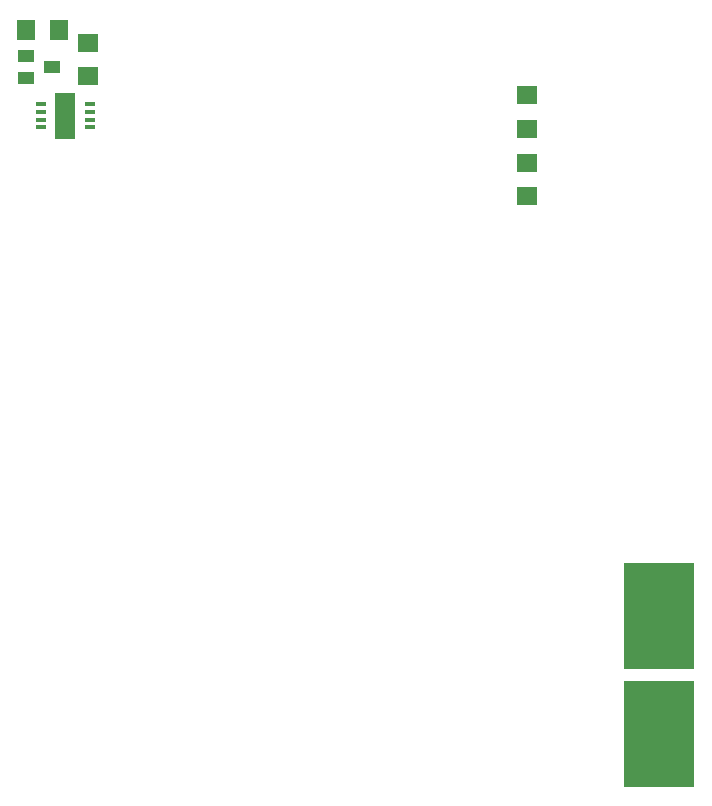
<source format=gtp>
G75*
%MOIN*%
%OFA0B0*%
%FSLAX24Y24*%
%IPPOS*%
%LPD*%
%AMOC8*
5,1,8,0,0,1.08239X$1,22.5*
%
%ADD10R,0.0710X0.0630*%
%ADD11R,0.0350X0.0174*%
%ADD12R,0.0661X0.1575*%
%ADD13R,0.2362X0.3543*%
%ADD14R,0.0630X0.0709*%
%ADD15R,0.0709X0.0630*%
%ADD16R,0.0551X0.0394*%
D10*
X025035Y020850D03*
X025035Y021970D03*
X025035Y023100D03*
X025035Y024220D03*
D11*
X010489Y023919D03*
X010489Y023663D03*
X010489Y023407D03*
X010489Y023151D03*
X008831Y023151D03*
X008831Y023407D03*
X008831Y023663D03*
X008831Y023919D03*
D12*
X009660Y023535D03*
D13*
X029460Y002941D03*
X029460Y006879D03*
D14*
X009461Y026410D03*
X008359Y026410D03*
D15*
X010410Y025961D03*
X010410Y024859D03*
D16*
X009218Y025160D03*
X008352Y024786D03*
X008352Y025534D03*
M02*

</source>
